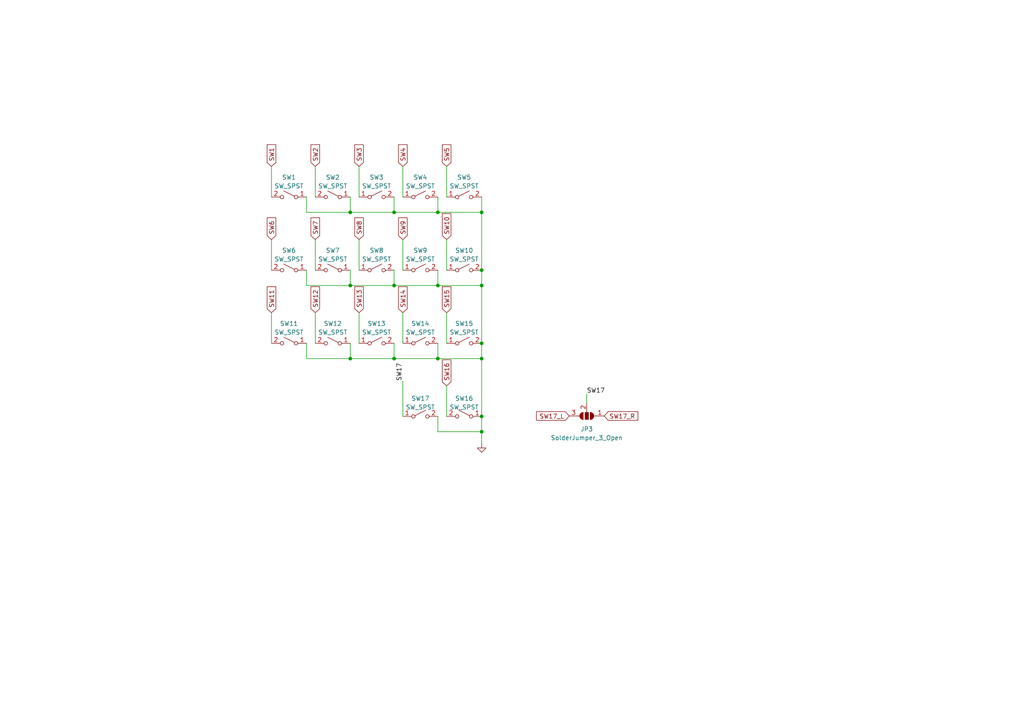
<source format=kicad_sch>
(kicad_sch (version 20230121) (generator eeschema)
  (paper "A4")
  (lib_symbols
    (symbol "Jumper:SolderJumper_3_Open" (pin_names (offset 0) hide)
      (property "Reference" "JP" (at -2.54 -2.54 0))
      (property "Value" "SolderJumper_3_Open" (at 0 2.794 0))
      (symbol "SolderJumper_3_Open_0_1"
        (arc (start -1.016 1.016) (mid -2.0276 0) (end -1.016 -1.016))
        (arc (start -1.016 1.016) (mid -2.0276 0) (end -1.016 -1.016) (fill (type outline)))
        (rectangle (start -0.508 1.016) (end 0.508 -1.016) (fill (type outline)))
        (polyline (pts (xy -2.54 0) (xy -2.032 0)))
        (polyline (pts (xy -1.016 1.016) (xy -1.016 -1.016)))
        (polyline (pts (xy 0 -1.27) (xy 0 -1.016)))
        (polyline (pts (xy 1.016 1.016) (xy 1.016 -1.016)))
        (polyline (pts (xy 2.54 0) (xy 2.032 0)))
        (arc (start 1.016 -1.016) (mid 2.0276 0) (end 1.016 1.016))
        (arc (start 1.016 -1.016) (mid 2.0276 0) (end 1.016 1.016) (fill (type outline)))
      )
      (symbol "SolderJumper_3_Open_1_1"
        (pin passive line (at -5.08 0 0) (length 2.54) (name "A") (number "1"))
        (pin passive line (at 0 -3.81 90) (length 2.54) (name "C") (number "2"))
        (pin passive line (at 5.08 0 180) (length 2.54) (name "B") (number "3"))
      )
    )
    (symbol "Switch:SW_SPST" (pin_names (offset 0) hide)
      (property "Reference" "SW" (at 0 3.175 0))
      (property "Value" "SW_SPST" (at 0 -2.54 0))
      (symbol "SW_SPST_0_0"
        (circle (center -2.032 0) (radius 0.508))
        (polyline (pts (xy -1.524 0.254) (xy 1.524 1.778)))
        (circle (center 2.032 0) (radius 0.508))
      )
      (symbol "SW_SPST_1_1"
        (pin passive line (at -5.08 0 0) (length 2.54) (name "A") (number "1"))
        (pin passive line (at 5.08 0 180) (length 2.54) (name "B") (number "2"))
      )
    )
    (symbol "power:GND" (power) (pin_names (offset 0))
      (property "Value" "GND" (at 0 -3.81 0))
      (symbol "GND_0_1"
        (polyline (pts (xy 0 0) (xy 0 -1.27) (xy 1.27 -1.27) (xy 0 -2.54) (xy -1.27 -1.27) (xy 0 -1.27)))
      )
      (symbol "GND_1_1"
        (pin power_in line (at 0 0 270) (length 0) hide (name "GND") (number "1"))
      )
    )
  )
  (junction (at 114.3 61.595))
  (junction (at 139.7 82.804))
  (junction (at 101.6 61.595))
  (junction (at 114.3 104.013))
  (junction (at 127 82.804))
  (junction (at 139.7 99.568))
  (junction (at 139.7 61.595))
  (junction (at 127 104.013))
  (junction (at 139.7 120.777))
  (junction (at 139.7 125.222))
  (junction (at 139.7 78.359))
  (junction (at 139.7 104.013))
  (junction (at 127 61.595))
  (junction (at 101.6 104.013))
  (junction (at 114.3 82.804))
  (junction (at 101.6 82.804))
  (wire (pts (xy 101.6 61.595) (xy 114.3 61.595)))
  (wire (pts (xy 127 104.013) (xy 139.7 104.013)))
  (wire (pts (xy 91.44 48.26) (xy 91.44 57.15)))
  (wire (pts (xy 101.6 78.359) (xy 101.6 82.804)))
  (wire (pts (xy 114.3 99.568) (xy 114.3 104.013)))
  (wire (pts (xy 88.9 57.15) (xy 88.9 61.595)))
  (wire (pts (xy 78.74 90.678) (xy 78.74 99.568)))
  (wire (pts (xy 78.74 48.26) (xy 78.74 57.15)))
  (wire (pts (xy 116.84 69.469) (xy 116.84 78.359)))
  (wire (pts (xy 139.7 82.804) (xy 139.7 99.568)))
  (wire (pts (xy 116.84 48.26) (xy 116.84 57.15)))
  (wire (pts (xy 170.18 114.3) (xy 170.18 116.84)))
  (wire (pts (xy 127 57.15) (xy 127 61.595)))
  (wire (pts (xy 127 125.222) (xy 139.7 125.222)))
  (wire (pts (xy 116.84 90.678) (xy 116.84 99.568)))
  (wire (pts (xy 139.7 57.15) (xy 139.7 61.595)))
  (wire (pts (xy 129.54 69.469) (xy 129.54 78.359)))
  (wire (pts (xy 114.3 78.359) (xy 114.3 82.804)))
  (wire (pts (xy 78.74 69.469) (xy 78.74 78.359)))
  (wire (pts (xy 116.84 110.49) (xy 116.84 120.777)))
  (wire (pts (xy 139.7 104.013) (xy 139.7 120.777)))
  (wire (pts (xy 129.54 48.26) (xy 129.54 57.15)))
  (wire (pts (xy 139.7 99.568) (xy 139.7 104.013)))
  (wire (pts (xy 127 120.777) (xy 127 125.222)))
  (wire (pts (xy 114.3 82.804) (xy 127 82.804)))
  (wire (pts (xy 114.3 57.15) (xy 114.3 61.595)))
  (wire (pts (xy 114.3 61.595) (xy 127 61.595)))
  (wire (pts (xy 101.6 82.804) (xy 114.3 82.804)))
  (wire (pts (xy 139.7 61.595) (xy 139.7 78.359)))
  (wire (pts (xy 139.7 78.359) (xy 139.7 82.804)))
  (wire (pts (xy 101.6 57.15) (xy 101.6 61.595)))
  (wire (pts (xy 88.9 61.595) (xy 101.6 61.595)))
  (wire (pts (xy 127 78.359) (xy 127 82.804)))
  (wire (pts (xy 101.6 104.013) (xy 114.3 104.013)))
  (wire (pts (xy 129.54 111.887) (xy 129.54 120.777)))
  (wire (pts (xy 91.44 90.678) (xy 91.44 99.568)))
  (wire (pts (xy 104.14 69.469) (xy 104.14 78.359)))
  (wire (pts (xy 129.54 90.678) (xy 129.54 99.568)))
  (wire (pts (xy 104.14 48.26) (xy 104.14 57.15)))
  (wire (pts (xy 88.9 78.359) (xy 88.9 82.804)))
  (wire (pts (xy 127 61.595) (xy 139.7 61.595)))
  (wire (pts (xy 88.9 104.013) (xy 101.6 104.013)))
  (wire (pts (xy 88.9 99.568) (xy 88.9 104.013)))
  (wire (pts (xy 88.9 82.804) (xy 101.6 82.804)))
  (wire (pts (xy 139.7 125.222) (xy 139.7 128.651)))
  (wire (pts (xy 127 82.804) (xy 139.7 82.804)))
  (wire (pts (xy 101.6 99.568) (xy 101.6 104.013)))
  (wire (pts (xy 114.3 104.013) (xy 127 104.013)))
  (wire (pts (xy 104.14 90.678) (xy 104.14 99.568)))
  (wire (pts (xy 127 99.568) (xy 127 104.013)))
  (wire (pts (xy 139.7 120.777) (xy 139.7 125.222)))
  (wire (pts (xy 91.44 69.469) (xy 91.44 78.359)))
  (label "SW17" (at 170.18 114.3 0))
  (label "SW17" (at 116.84 110.49 90))
  (global_label "SW4" (shape input) (at 116.84 48.26 90) (property "Intersheetrefs" "${INTERSHEET_REFS}" (effects hide)))
  (global_label "SW17_R" (shape input) (at 175.26 120.65 0) (property "Intersheetrefs" "${INTERSHEET_REFS}" (effects hide)))
  (global_label "SW8" (shape input) (at 104.14 69.469 90) (property "Intersheetrefs" "${INTERSHEET_REFS}" (effects hide)))
  (global_label "SW16" (shape input) (at 129.54 111.887 90) (property "Intersheetrefs" "${INTERSHEET_REFS}" (effects hide)))
  (global_label "SW10" (shape input) (at 129.54 69.469 90) (property "Intersheetrefs" "${INTERSHEET_REFS}" (effects hide)))
  (global_label "SW6" (shape input) (at 78.74 69.469 90) (property "Intersheetrefs" "${INTERSHEET_REFS}" (effects hide)))
  (global_label "SW12" (shape input) (at 91.44 90.678 90) (property "Intersheetrefs" "${INTERSHEET_REFS}" (effects hide)))
  (global_label "SW15" (shape input) (at 129.54 90.678 90) (property "Intersheetrefs" "${INTERSHEET_REFS}" (effects hide)))
  (global_label "SW2" (shape input) (at 91.44 48.26 90) (property "Intersheetrefs" "${INTERSHEET_REFS}" (effects hide)))
  (global_label "SW14" (shape input) (at 116.84 90.678 90) (property "Intersheetrefs" "${INTERSHEET_REFS}" (effects hide)))
  (global_label "SW3" (shape input) (at 104.14 48.26 90) (property "Intersheetrefs" "${INTERSHEET_REFS}" (effects hide)))
  (global_label "SW9" (shape input) (at 116.84 69.469 90) (property "Intersheetrefs" "${INTERSHEET_REFS}" (effects hide)))
  (global_label "SW17_L" (shape input) (at 165.1 120.65 180) (property "Intersheetrefs" "${INTERSHEET_REFS}" (effects hide)))
  (global_label "SW13" (shape input) (at 104.14 90.678 90) (property "Intersheetrefs" "${INTERSHEET_REFS}" (effects hide)))
  (global_label "SW11" (shape input) (at 78.74 90.678 90) (property "Intersheetrefs" "${INTERSHEET_REFS}" (effects hide)))
  (global_label "SW7" (shape input) (at 91.44 69.469 90) (property "Intersheetrefs" "${INTERSHEET_REFS}" (effects hide)))
  (global_label "SW5" (shape input) (at 129.54 48.26 90) (property "Intersheetrefs" "${INTERSHEET_REFS}" (effects hide)))
  (global_label "SW1" (shape input) (at 78.74 48.26 90) (property "Intersheetrefs" "${INTERSHEET_REFS}" (effects hide)))
  (symbol (lib_id "Switch:SW_SPST") (at 121.92 78.359 0) (unit 1)
    (property "Reference" "SW9" (at 121.92 72.644 0))
    (property "Value" "SW_SPST" (at 121.92 75.184 0))
    (property "Footprint" "keyswitches:SW_MX_reversible" (effects hide))
  )
  (symbol (lib_id "Switch:SW_SPST") (at 134.62 120.777 0) (mirror y) (unit 1)
    (property "Reference" "SW16" (at 134.62 115.57 0))
    (property "Value" "SW_SPST" (at 134.62 118.11 0))
    (property "Footprint" "keyswitches:SW_MX_reversible" (effects hide))
  )
  (symbol (lib_id "Switch:SW_SPST") (at 109.22 57.15 0) (unit 1)
    (property "Reference" "SW3" (at 109.22 51.435 0))
    (property "Value" "SW_SPST" (at 109.22 53.975 0))
    (property "Footprint" "keyswitches:SW_MX_reversible" (effects hide))
  )
  (symbol (lib_id "Switch:SW_SPST") (at 96.52 99.568 0) (mirror y) (unit 1)
    (property "Reference" "SW12" (at 96.52 93.853 0))
    (property "Value" "SW_SPST" (at 96.52 96.393 0))
    (property "Footprint" "keyswitches:SW_MX_reversible" (effects hide))
  )
  (symbol (lib_id "Switch:SW_SPST") (at 109.22 78.359 0) (unit 1)
    (property "Reference" "SW8" (at 109.22 72.644 0))
    (property "Value" "SW_SPST" (at 109.22 75.184 0))
    (property "Footprint" "keyswitches:SW_MX_reversible" (effects hide))
  )
  (symbol (lib_id "Switch:SW_SPST") (at 134.62 57.15 0) (unit 1)
    (property "Reference" "SW5" (at 134.62 51.435 0))
    (property "Value" "SW_SPST" (at 134.62 53.975 0))
    (property "Footprint" "keyswitches:SW_MX_reversible" (effects hide))
  )
  (symbol (lib_id "Switch:SW_SPST") (at 121.92 99.568 0) (unit 1)
    (property "Reference" "SW14" (at 121.92 93.853 0))
    (property "Value" "SW_SPST" (at 121.92 96.393 0))
    (property "Footprint" "keyswitches:SW_MX_reversible" (effects hide))
  )
  (symbol (lib_id "Switch:SW_SPST") (at 134.62 78.359 0) (unit 1)
    (property "Reference" "SW10" (at 134.62 72.644 0))
    (property "Value" "SW_SPST" (at 134.62 75.184 0))
    (property "Footprint" "keyswitches:SW_MX_reversible" (effects hide))
  )
  (symbol (lib_id "Switch:SW_SPST") (at 96.52 57.15 0) (mirror y) (unit 1)
    (property "Reference" "SW2" (at 96.52 51.435 0))
    (property "Value" "SW_SPST" (at 96.52 53.975 0))
    (property "Footprint" "keyswitches:SW_MX_reversible" (effects hide))
  )
  (symbol (lib_id "Switch:SW_SPST") (at 121.92 57.15 0) (unit 1)
    (property "Reference" "SW4" (at 121.92 51.435 0))
    (property "Value" "SW_SPST" (at 121.92 53.975 0))
    (property "Footprint" "keyswitches:SW_MX_reversible" (effects hide))
  )
  (symbol (lib_id "Switch:SW_SPST") (at 121.92 120.777 0) (unit 1)
    (property "Reference" "SW17" (at 121.92 115.57 0))
    (property "Value" "SW_SPST" (at 121.92 118.11 0))
    (property "Footprint" "keyswitches:SW_MX_reversible" (effects hide))
  )
  (symbol (lib_id "power:GND") (at 139.7 128.651 0) (unit 1)
    (property "Reference" "#PWR01" (effects hide))
    (property "Value" "GND" (effects hide))
  )
  (symbol (lib_id "Switch:SW_SPST") (at 83.82 57.15 0) (mirror y) (unit 1)
    (property "Reference" "SW1" (at 83.82 51.435 0))
    (property "Value" "SW_SPST" (at 83.82 53.975 0))
    (property "Footprint" "keyswitches:SW_MX_reversible" (effects hide))
  )
  (symbol (lib_id "Switch:SW_SPST") (at 83.82 78.359 0) (mirror y) (unit 1)
    (property "Reference" "SW6" (at 83.82 72.644 0))
    (property "Value" "SW_SPST" (at 83.82 75.184 0))
    (property "Footprint" "keyswitches:SW_MX_reversible" (effects hide))
  )
  (symbol (lib_id "Switch:SW_SPST") (at 134.62 99.568 0) (unit 1)
    (property "Reference" "SW15" (at 134.62 93.853 0))
    (property "Value" "SW_SPST" (at 134.62 96.393 0))
    (property "Footprint" "keyswitches:SW_MX_reversible" (effects hide))
  )
  (symbol (lib_id "Jumper:SolderJumper_3_Open") (at 170.18 120.65 180) (unit 1)
    (property "Reference" "JP3" (at 170.18 124.46 0))
    (property "Value" "SolderJumper_3_Open" (at 170.18 127 0))
    (property "Footprint" "Jumper:SolderJumper-3_P1.3mm_Open_RoundedPad1.0x1.5mm" (effects hide))
  )
  (symbol (lib_id "Switch:SW_SPST") (at 83.82 99.568 0) (mirror y) (unit 1)
    (property "Reference" "SW11" (at 83.82 93.853 0))
    (property "Value" "SW_SPST" (at 83.82 96.393 0))
    (property "Footprint" "keyswitches:SW_MX_reversible" (effects hide))
  )
  (symbol (lib_id "Switch:SW_SPST") (at 96.52 78.359 0) (mirror y) (unit 1)
    (property "Reference" "SW7" (at 96.52 72.644 0))
    (property "Value" "SW_SPST" (at 96.52 75.184 0))
    (property "Footprint" "keyswitches:SW_MX_reversible" (effects hide))
  )
  (symbol (lib_id "Switch:SW_SPST") (at 109.22 99.568 0) (unit 1)
    (property "Reference" "SW13" (at 109.22 93.853 0))
    (property "Value" "SW_SPST" (at 109.22 96.393 0))
    (property "Footprint" "keyswitches:SW_MX_reversible" (effects hide))
  )
)
</source>
